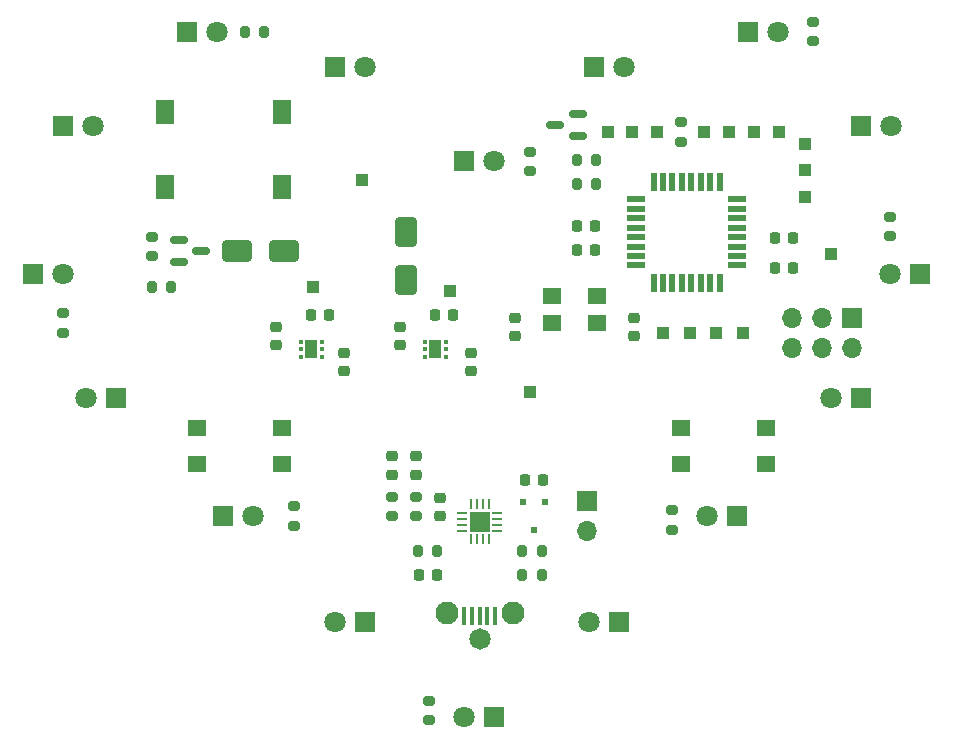
<source format=gts>
%TF.GenerationSoftware,KiCad,Pcbnew,(7.0.0)*%
%TF.CreationDate,2023-05-16T07:50:31+02:00*%
%TF.ProjectId,MamaGeburtstag2023,4d616d61-4765-4627-9572-747374616732,rev?*%
%TF.SameCoordinates,Original*%
%TF.FileFunction,Soldermask,Top*%
%TF.FilePolarity,Negative*%
%FSLAX46Y46*%
G04 Gerber Fmt 4.6, Leading zero omitted, Abs format (unit mm)*
G04 Created by KiCad (PCBNEW (7.0.0)) date 2023-05-16 07:50:31*
%MOMM*%
%LPD*%
G01*
G04 APERTURE LIST*
G04 Aperture macros list*
%AMRoundRect*
0 Rectangle with rounded corners*
0 $1 Rounding radius*
0 $2 $3 $4 $5 $6 $7 $8 $9 X,Y pos of 4 corners*
0 Add a 4 corners polygon primitive as box body*
4,1,4,$2,$3,$4,$5,$6,$7,$8,$9,$2,$3,0*
0 Add four circle primitives for the rounded corners*
1,1,$1+$1,$2,$3*
1,1,$1+$1,$4,$5*
1,1,$1+$1,$6,$7*
1,1,$1+$1,$8,$9*
0 Add four rect primitives between the rounded corners*
20,1,$1+$1,$2,$3,$4,$5,0*
20,1,$1+$1,$4,$5,$6,$7,0*
20,1,$1+$1,$6,$7,$8,$9,0*
20,1,$1+$1,$8,$9,$2,$3,0*%
G04 Aperture macros list end*
%ADD10RoundRect,0.225000X0.225000X0.250000X-0.225000X0.250000X-0.225000X-0.250000X0.225000X-0.250000X0*%
%ADD11RoundRect,0.225000X-0.250000X0.225000X-0.250000X-0.225000X0.250000X-0.225000X0.250000X0.225000X0*%
%ADD12R,1.800000X1.800000*%
%ADD13C,1.800000*%
%ADD14RoundRect,0.225000X0.250000X-0.225000X0.250000X0.225000X-0.250000X0.225000X-0.250000X-0.225000X0*%
%ADD15RoundRect,0.218750X-0.256250X0.218750X-0.256250X-0.218750X0.256250X-0.218750X0.256250X0.218750X0*%
%ADD16R,1.000000X1.000000*%
%ADD17RoundRect,0.200000X0.275000X-0.200000X0.275000X0.200000X-0.275000X0.200000X-0.275000X-0.200000X0*%
%ADD18R,1.700000X1.700000*%
%ADD19O,1.700000X1.700000*%
%ADD20RoundRect,0.200000X0.200000X0.275000X-0.200000X0.275000X-0.200000X-0.275000X0.200000X-0.275000X0*%
%ADD21R,1.600000X1.400000*%
%ADD22RoundRect,0.093750X0.093750X0.106250X-0.093750X0.106250X-0.093750X-0.106250X0.093750X-0.106250X0*%
%ADD23R,1.000000X1.600000*%
%ADD24RoundRect,0.200000X-0.275000X0.200000X-0.275000X-0.200000X0.275000X-0.200000X0.275000X0.200000X0*%
%ADD25R,1.500000X2.000000*%
%ADD26RoundRect,0.062500X0.350000X0.062500X-0.350000X0.062500X-0.350000X-0.062500X0.350000X-0.062500X0*%
%ADD27RoundRect,0.062500X0.062500X0.350000X-0.062500X0.350000X-0.062500X-0.350000X0.062500X-0.350000X0*%
%ADD28R,1.680000X1.680000*%
%ADD29RoundRect,0.150000X-0.587500X-0.150000X0.587500X-0.150000X0.587500X0.150000X-0.587500X0.150000X0*%
%ADD30RoundRect,0.250000X-0.650000X1.000000X-0.650000X-1.000000X0.650000X-1.000000X0.650000X1.000000X0*%
%ADD31RoundRect,0.250000X1.000000X0.650000X-1.000000X0.650000X-1.000000X-0.650000X1.000000X-0.650000X0*%
%ADD32R,1.600000X0.550000*%
%ADD33R,0.550000X1.600000*%
%ADD34RoundRect,0.200000X-0.200000X-0.275000X0.200000X-0.275000X0.200000X0.275000X-0.200000X0.275000X0*%
%ADD35RoundRect,0.225000X-0.225000X-0.250000X0.225000X-0.250000X0.225000X0.250000X-0.225000X0.250000X0*%
%ADD36R,0.620000X0.575000*%
%ADD37RoundRect,0.150000X0.587500X0.150000X-0.587500X0.150000X-0.587500X-0.150000X0.587500X-0.150000X0*%
%ADD38R,0.450000X1.500000*%
%ADD39C,1.950000*%
%ADD40C,1.815000*%
G04 APERTURE END LIST*
D10*
%TO.C,C207*%
X145525000Y-116000000D03*
X143975000Y-116000000D03*
%TD*%
D11*
%TO.C,C302*%
X130500000Y-116975000D03*
X130500000Y-118525000D03*
%TD*%
D12*
%TO.C,D312*%
X137999999Y-141999999D03*
D13*
X135460000Y-142000000D03*
%TD*%
D10*
%TO.C,C303*%
X135000000Y-116000000D03*
X133450000Y-116000000D03*
%TD*%
D11*
%TO.C,C208*%
X147000000Y-119225000D03*
X147000000Y-120775000D03*
%TD*%
D14*
%TO.C,C205*%
X150775000Y-117775000D03*
X150775000Y-116225000D03*
%TD*%
D12*
%TO.C,D305*%
X148999999Y-149999999D03*
D13*
X146460000Y-150000000D03*
%TD*%
D12*
%TO.C,D302*%
X122999999Y-91999999D03*
D13*
X125540000Y-92000000D03*
%TD*%
D15*
%TO.C,D101*%
X142350000Y-127937500D03*
X142350000Y-129512500D03*
%TD*%
D16*
%TO.C,TP217*%
X175274999Y-105999999D03*
%TD*%
%TO.C,TP216*%
X177474999Y-110799999D03*
%TD*%
D17*
%TO.C,R303*%
X112500000Y-117500000D03*
X112500000Y-115850000D03*
%TD*%
D18*
%TO.C,J201*%
X179299999Y-116224999D03*
D19*
X179299999Y-118764999D03*
X176759999Y-116224999D03*
X176759999Y-118764999D03*
X174219999Y-116224999D03*
X174219999Y-118764999D03*
%TD*%
D20*
%TO.C,R102*%
X153000000Y-138000000D03*
X151350000Y-138000000D03*
%TD*%
D21*
%TO.C,Y202*%
X157674999Y-114349999D03*
X153874999Y-114349999D03*
X153874999Y-116649999D03*
X157674999Y-116649999D03*
%TD*%
D10*
%TO.C,C101*%
X144125000Y-138000000D03*
X142575000Y-138000000D03*
%TD*%
D17*
%TO.C,R304*%
X132000000Y-133825000D03*
X132000000Y-132175000D03*
%TD*%
D12*
%TO.C,D315*%
X179999999Y-99999999D03*
D13*
X182540000Y-100000000D03*
%TD*%
D17*
%TO.C,R204*%
X120025000Y-111025000D03*
X120025000Y-109375000D03*
%TD*%
D22*
%TO.C,U202*%
X144887500Y-119550000D03*
X144887500Y-118900000D03*
X144887500Y-118250000D03*
X143112500Y-118250000D03*
X143112500Y-118900000D03*
X143112500Y-119550000D03*
D23*
X143999999Y-118899999D03*
%TD*%
D16*
%TO.C,TP211*%
X168874999Y-100499999D03*
%TD*%
D24*
%TO.C,R305*%
X143500000Y-148675000D03*
X143500000Y-150325000D03*
%TD*%
D12*
%TO.C,D311*%
X116999999Y-122999999D03*
D13*
X114460000Y-123000000D03*
%TD*%
D25*
%TO.C,LS201*%
X130974999Y-105199999D03*
X121074999Y-105199999D03*
X121074999Y-98799999D03*
X130974999Y-98799999D03*
%TD*%
D26*
%TO.C,U102*%
X149212500Y-134250000D03*
X149212500Y-133750000D03*
X149212500Y-133250000D03*
X149212500Y-132750000D03*
D27*
X148500000Y-132037500D03*
X148000000Y-132037500D03*
X147500000Y-132037500D03*
X147000000Y-132037500D03*
D26*
X146287500Y-132750000D03*
X146287500Y-133250000D03*
X146287500Y-133750000D03*
X146287500Y-134250000D03*
D27*
X147000000Y-134962500D03*
X147500000Y-134962500D03*
X148000000Y-134962500D03*
X148500000Y-134962500D03*
D28*
X147749999Y-133499999D03*
%TD*%
D11*
%TO.C,C206*%
X141000000Y-116975000D03*
X141000000Y-118525000D03*
%TD*%
D16*
%TO.C,TP218*%
X163274999Y-117499999D03*
%TD*%
D29*
%TO.C,Q201*%
X122287500Y-109650000D03*
X122287500Y-111550000D03*
X124162500Y-110600000D03*
%TD*%
D16*
%TO.C,TP212*%
X166774999Y-100499999D03*
%TD*%
D24*
%TO.C,R307*%
X182500000Y-107675000D03*
X182500000Y-109325000D03*
%TD*%
D20*
%TO.C,R302*%
X129500000Y-92000000D03*
X127850000Y-92000000D03*
%TD*%
D30*
%TO.C,D201*%
X141500000Y-109000000D03*
X141500000Y-113000000D03*
%TD*%
D17*
%TO.C,R306*%
X164000000Y-134170000D03*
X164000000Y-132520000D03*
%TD*%
D12*
%TO.C,D316*%
X157459999Y-94999999D03*
D13*
X160000000Y-95000000D03*
%TD*%
D20*
%TO.C,R205*%
X121650000Y-113600000D03*
X120000000Y-113600000D03*
%TD*%
D17*
%TO.C,R301*%
X152000000Y-103825000D03*
X152000000Y-102175000D03*
%TD*%
D12*
%TO.C,D303*%
X109959999Y-112499999D03*
D13*
X112500000Y-112500000D03*
%TD*%
D21*
%TO.C,SW203*%
X123809999Y-125599999D03*
X131009999Y-125599999D03*
X123809999Y-128599999D03*
X131009999Y-128599999D03*
%TD*%
D16*
%TO.C,TP213*%
X162774999Y-100499999D03*
%TD*%
D31*
%TO.C,D202*%
X131225000Y-110600000D03*
X127225000Y-110600000D03*
%TD*%
D20*
%TO.C,R202*%
X157625000Y-104900000D03*
X155975000Y-104900000D03*
%TD*%
D32*
%TO.C,U201*%
X161024999Y-106199999D03*
X161024999Y-106999999D03*
X161024999Y-107799999D03*
X161024999Y-108599999D03*
X161024999Y-109399999D03*
X161024999Y-110199999D03*
X161024999Y-110999999D03*
X161024999Y-111799999D03*
D33*
X162474999Y-113249999D03*
X163274999Y-113249999D03*
X164074999Y-113249999D03*
X164874999Y-113249999D03*
X165674999Y-113249999D03*
X166474999Y-113249999D03*
X167274999Y-113249999D03*
X168074999Y-113249999D03*
D32*
X169524999Y-111799999D03*
X169524999Y-110999999D03*
X169524999Y-110199999D03*
X169524999Y-109399999D03*
X169524999Y-108599999D03*
X169524999Y-107799999D03*
X169524999Y-106999999D03*
X169524999Y-106199999D03*
D33*
X168074999Y-104749999D03*
X167274999Y-104749999D03*
X166474999Y-104749999D03*
X165674999Y-104749999D03*
X164874999Y-104749999D03*
X164074999Y-104749999D03*
X163274999Y-104749999D03*
X162474999Y-104749999D03*
%TD*%
D20*
%TO.C,R103*%
X153000000Y-136000000D03*
X151350000Y-136000000D03*
%TD*%
D12*
%TO.C,D304*%
X125999999Y-132999999D03*
D13*
X128540000Y-133000000D03*
%TD*%
D12*
%TO.C,D314*%
X179999999Y-122999999D03*
D13*
X177460000Y-123000000D03*
%TD*%
D17*
%TO.C,R105*%
X140350000Y-133050000D03*
X140350000Y-131400000D03*
%TD*%
D12*
%TO.C,D306*%
X169539999Y-132999999D03*
D13*
X167000000Y-133000000D03*
%TD*%
D16*
%TO.C,TP205*%
X167774999Y-117499999D03*
%TD*%
D34*
%TO.C,R101*%
X142525000Y-136000000D03*
X144175000Y-136000000D03*
%TD*%
D12*
%TO.C,D310*%
X112459999Y-99999999D03*
D13*
X115000000Y-100000000D03*
%TD*%
D10*
%TO.C,C209*%
X157550000Y-110500000D03*
X156000000Y-110500000D03*
%TD*%
D18*
%TO.C,J102*%
X156849999Y-131724999D03*
D19*
X156849999Y-134264999D03*
%TD*%
D17*
%TO.C,R201*%
X164775000Y-101325000D03*
X164775000Y-99675000D03*
%TD*%
D16*
%TO.C,TP202*%
X145249999Y-113999999D03*
%TD*%
%TO.C,TP203*%
X137799999Y-104599999D03*
%TD*%
D22*
%TO.C,U301*%
X134387500Y-119550000D03*
X134387500Y-118900000D03*
X134387500Y-118250000D03*
X132612500Y-118250000D03*
X132612500Y-118900000D03*
X132612500Y-119550000D03*
D23*
X133499999Y-118899999D03*
%TD*%
D35*
%TO.C,C203*%
X172725000Y-109500000D03*
X174275000Y-109500000D03*
%TD*%
D12*
%TO.C,D307*%
X184999999Y-112499999D03*
D13*
X182460000Y-112500000D03*
%TD*%
D16*
%TO.C,TP210*%
X170974999Y-100499999D03*
%TD*%
%TO.C,TP206*%
X170024999Y-117499999D03*
%TD*%
%TO.C,TP209*%
X173074999Y-100499999D03*
%TD*%
D35*
%TO.C,C103*%
X151575000Y-130000000D03*
X153125000Y-130000000D03*
%TD*%
D16*
%TO.C,TP301*%
X133599999Y-113599999D03*
%TD*%
D21*
%TO.C,SW202*%
X164799999Y-125599999D03*
X171999999Y-125599999D03*
X164799999Y-128599999D03*
X171999999Y-128599999D03*
%TD*%
D16*
%TO.C,TP204*%
X165524999Y-117499999D03*
%TD*%
D12*
%TO.C,D308*%
X170459999Y-91999999D03*
D13*
X173000000Y-92000000D03*
%TD*%
D14*
%TO.C,C102*%
X144350000Y-133000000D03*
X144350000Y-131450000D03*
%TD*%
D36*
%TO.C,Q101*%
X153299999Y-131811999D03*
X151399999Y-131811999D03*
X152349999Y-134187999D03*
%TD*%
D35*
%TO.C,C202*%
X172725000Y-112000000D03*
X174275000Y-112000000D03*
%TD*%
D12*
%TO.C,D313*%
X159539999Y-141999999D03*
D13*
X157000000Y-142000000D03*
%TD*%
D16*
%TO.C,TP207*%
X175274999Y-103749999D03*
%TD*%
D11*
%TO.C,C301*%
X136250000Y-119225000D03*
X136250000Y-120775000D03*
%TD*%
D17*
%TO.C,R308*%
X176000000Y-92825000D03*
X176000000Y-91175000D03*
%TD*%
D20*
%TO.C,R203*%
X157625000Y-102900000D03*
X155975000Y-102900000D03*
%TD*%
D12*
%TO.C,D301*%
X146459999Y-102999999D03*
D13*
X149000000Y-103000000D03*
%TD*%
D16*
%TO.C,TP214*%
X160674999Y-100499999D03*
%TD*%
D37*
%TO.C,Q301*%
X156037500Y-100850000D03*
X156037500Y-98950000D03*
X154162500Y-99900000D03*
%TD*%
D16*
%TO.C,TP208*%
X175274999Y-101499999D03*
%TD*%
D15*
%TO.C,D102*%
X140350000Y-127937500D03*
X140350000Y-129512500D03*
%TD*%
D12*
%TO.C,D309*%
X135459999Y-94999999D03*
D13*
X138000000Y-95000000D03*
%TD*%
D16*
%TO.C,TP215*%
X158574999Y-100499999D03*
%TD*%
D10*
%TO.C,C201*%
X157550000Y-108500000D03*
X156000000Y-108500000D03*
%TD*%
D17*
%TO.C,R104*%
X142350000Y-133050000D03*
X142350000Y-131400000D03*
%TD*%
D11*
%TO.C,C204*%
X160775000Y-116225000D03*
X160775000Y-117775000D03*
%TD*%
D38*
%TO.C,J101*%
X146449999Y-141499999D03*
X147099999Y-141499999D03*
X147749999Y-141499999D03*
X148399999Y-141499999D03*
X149049999Y-141499999D03*
D39*
X144950000Y-141250000D03*
X150550000Y-141250000D03*
D40*
X147750000Y-143399000D03*
%TD*%
D16*
%TO.C,TP101*%
X151999999Y-122499999D03*
%TD*%
M02*

</source>
